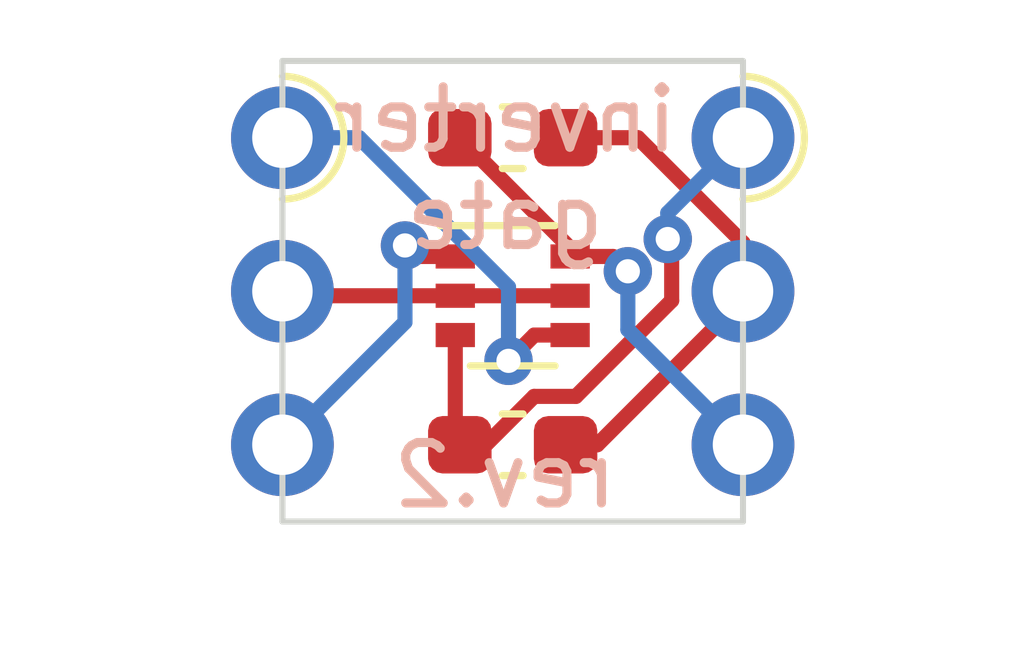
<source format=kicad_pcb>
(kicad_pcb (version 20171130) (host pcbnew 5.1.6)

  (general
    (thickness 1.6)
    (drawings 6)
    (tracks 42)
    (zones 0)
    (modules 5)
    (nets 7)
  )

  (page A4)
  (layers
    (0 F.Cu signal)
    (31 B.Cu signal)
    (32 B.Adhes user)
    (33 F.Adhes user)
    (34 B.Paste user)
    (35 F.Paste user)
    (36 B.SilkS user)
    (37 F.SilkS user)
    (38 B.Mask user)
    (39 F.Mask user)
    (40 Dwgs.User user)
    (41 Cmts.User user)
    (42 Eco1.User user)
    (43 Eco2.User user)
    (44 Edge.Cuts user)
    (45 Margin user)
    (46 B.CrtYd user)
    (47 F.CrtYd user)
    (48 B.Fab user)
    (49 F.Fab user)
  )

  (setup
    (last_trace_width 0.25)
    (user_trace_width 0.35)
    (user_trace_width 0.5)
    (trace_clearance 0.2)
    (zone_clearance 0.508)
    (zone_45_only no)
    (trace_min 0.2)
    (via_size 0.8)
    (via_drill 0.4)
    (via_min_size 0.4)
    (via_min_drill 0.3)
    (uvia_size 0.3)
    (uvia_drill 0.1)
    (uvias_allowed no)
    (uvia_min_size 0.2)
    (uvia_min_drill 0.1)
    (edge_width 0.05)
    (segment_width 0.2)
    (pcb_text_width 0.3)
    (pcb_text_size 1.5 1.5)
    (mod_edge_width 0.12)
    (mod_text_size 1 1)
    (mod_text_width 0.15)
    (pad_size 1.524 1.524)
    (pad_drill 0.762)
    (pad_to_mask_clearance 0.05)
    (aux_axis_origin 0 0)
    (visible_elements FFFFFF7F)
    (pcbplotparams
      (layerselection 0x010fc_ffffffff)
      (usegerberextensions false)
      (usegerberattributes true)
      (usegerberadvancedattributes true)
      (creategerberjobfile true)
      (excludeedgelayer true)
      (linewidth 0.100000)
      (plotframeref false)
      (viasonmask false)
      (mode 1)
      (useauxorigin false)
      (hpglpennumber 1)
      (hpglpenspeed 20)
      (hpglpendiameter 15.000000)
      (psnegative false)
      (psa4output false)
      (plotreference true)
      (plotvalue true)
      (plotinvisibletext false)
      (padsonsilk false)
      (subtractmaskfromsilk false)
      (outputformat 1)
      (mirror false)
      (drillshape 0)
      (scaleselection 1)
      (outputdirectory "gerber/"))
  )

  (net 0 "")
  (net 1 Out)
  (net 2 Vss)
  (net 3 Vdd)
  (net 4 In)
  (net 5 Nti)
  (net 6 Pti)

  (net_class Default "This is the default net class."
    (clearance 0.2)
    (trace_width 0.25)
    (via_dia 0.8)
    (via_drill 0.4)
    (uvia_dia 0.3)
    (uvia_drill 0.1)
    (add_net In)
    (add_net Nti)
    (add_net Out)
    (add_net Pti)
    (add_net Vdd)
    (add_net Vss)
  )

  (module Resistor_SMD:R_0603_1608Metric_Pad1.05x0.95mm_HandSolder (layer F.Cu) (tedit 5B301BBD) (tstamp 5FF6B638)
    (at 97.155 53.34 180)
    (descr "Resistor SMD 0603 (1608 Metric), square (rectangular) end terminal, IPC_7351 nominal with elongated pad for handsoldering. (Body size source: http://www.tortai-tech.com/upload/download/2011102023233369053.pdf), generated with kicad-footprint-generator")
    (tags "resistor handsolder")
    (path /5FFC430C)
    (attr smd)
    (fp_text reference R2 (at 0 -1.43) (layer F.SilkS) hide
      (effects (font (size 1 1) (thickness 0.15)))
    )
    (fp_text value 12k (at 0 1.43) (layer F.Fab)
      (effects (font (size 1 1) (thickness 0.15)))
    )
    (fp_line (start 1.65 0.73) (end -1.65 0.73) (layer F.CrtYd) (width 0.05))
    (fp_line (start 1.65 -0.73) (end 1.65 0.73) (layer F.CrtYd) (width 0.05))
    (fp_line (start -1.65 -0.73) (end 1.65 -0.73) (layer F.CrtYd) (width 0.05))
    (fp_line (start -1.65 0.73) (end -1.65 -0.73) (layer F.CrtYd) (width 0.05))
    (fp_line (start -0.171267 0.51) (end 0.171267 0.51) (layer F.SilkS) (width 0.12))
    (fp_line (start -0.171267 -0.51) (end 0.171267 -0.51) (layer F.SilkS) (width 0.12))
    (fp_line (start 0.8 0.4) (end -0.8 0.4) (layer F.Fab) (width 0.1))
    (fp_line (start 0.8 -0.4) (end 0.8 0.4) (layer F.Fab) (width 0.1))
    (fp_line (start -0.8 -0.4) (end 0.8 -0.4) (layer F.Fab) (width 0.1))
    (fp_line (start -0.8 0.4) (end -0.8 -0.4) (layer F.Fab) (width 0.1))
    (fp_text user %R (at 0 0) (layer F.Fab)
      (effects (font (size 0.4 0.4) (thickness 0.06)))
    )
    (pad 2 smd roundrect (at 0.875 0 180) (size 1.05 0.95) (layers F.Cu F.Paste F.Mask) (roundrect_rratio 0.25)
      (net 5 Nti))
    (pad 1 smd roundrect (at -0.875 0 180) (size 1.05 0.95) (layers F.Cu F.Paste F.Mask) (roundrect_rratio 0.25)
      (net 1 Out))
    (model ${KISYS3DMOD}/Resistor_SMD.3dshapes/R_0603_1608Metric.wrl
      (at (xyz 0 0 0))
      (scale (xyz 1 1 1))
      (rotate (xyz 0 0 0))
    )
  )

  (module Resistor_SMD:R_0603_1608Metric_Pad1.05x0.95mm_HandSolder (layer F.Cu) (tedit 5B301BBD) (tstamp 5FF6B627)
    (at 97.155 58.42)
    (descr "Resistor SMD 0603 (1608 Metric), square (rectangular) end terminal, IPC_7351 nominal with elongated pad for handsoldering. (Body size source: http://www.tortai-tech.com/upload/download/2011102023233369053.pdf), generated with kicad-footprint-generator")
    (tags "resistor handsolder")
    (path /5FFC3DF2)
    (attr smd)
    (fp_text reference R1 (at 0 -1.43) (layer F.SilkS) hide
      (effects (font (size 1 1) (thickness 0.15)))
    )
    (fp_text value 12k (at 0 1.43) (layer F.Fab)
      (effects (font (size 1 1) (thickness 0.15)))
    )
    (fp_line (start 1.65 0.73) (end -1.65 0.73) (layer F.CrtYd) (width 0.05))
    (fp_line (start 1.65 -0.73) (end 1.65 0.73) (layer F.CrtYd) (width 0.05))
    (fp_line (start -1.65 -0.73) (end 1.65 -0.73) (layer F.CrtYd) (width 0.05))
    (fp_line (start -1.65 0.73) (end -1.65 -0.73) (layer F.CrtYd) (width 0.05))
    (fp_line (start -0.171267 0.51) (end 0.171267 0.51) (layer F.SilkS) (width 0.12))
    (fp_line (start -0.171267 -0.51) (end 0.171267 -0.51) (layer F.SilkS) (width 0.12))
    (fp_line (start 0.8 0.4) (end -0.8 0.4) (layer F.Fab) (width 0.1))
    (fp_line (start 0.8 -0.4) (end 0.8 0.4) (layer F.Fab) (width 0.1))
    (fp_line (start -0.8 -0.4) (end 0.8 -0.4) (layer F.Fab) (width 0.1))
    (fp_line (start -0.8 0.4) (end -0.8 -0.4) (layer F.Fab) (width 0.1))
    (fp_text user %R (at 0 0) (layer F.Fab)
      (effects (font (size 0.4 0.4) (thickness 0.06)))
    )
    (pad 2 smd roundrect (at 0.875 0) (size 1.05 0.95) (layers F.Cu F.Paste F.Mask) (roundrect_rratio 0.25)
      (net 1 Out))
    (pad 1 smd roundrect (at -0.875 0) (size 1.05 0.95) (layers F.Cu F.Paste F.Mask) (roundrect_rratio 0.25)
      (net 6 Pti))
    (model ${KISYS3DMOD}/Resistor_SMD.3dshapes/R_0603_1608Metric.wrl
      (at (xyz 0 0 0))
      (scale (xyz 1 1 1))
      (rotate (xyz 0 0 0))
    )
  )

  (module Package_TO_SOT_SMD:SOT-363_SC-70-6 (layer F.Cu) (tedit 5A02FF57) (tstamp 5FF6B616)
    (at 97.155 55.955)
    (descr "SOT-363, SC-70-6")
    (tags "SOT-363 SC-70-6")
    (path /5FFBA0AD)
    (attr smd)
    (fp_text reference Q1 (at 0 -2) (layer F.SilkS) hide
      (effects (font (size 1 1) (thickness 0.15)))
    )
    (fp_text value BSS8402DW (at 0 2 180) (layer F.Fab)
      (effects (font (size 1 1) (thickness 0.15)))
    )
    (fp_line (start -0.175 -1.1) (end -0.675 -0.6) (layer F.Fab) (width 0.1))
    (fp_line (start 0.675 1.1) (end -0.675 1.1) (layer F.Fab) (width 0.1))
    (fp_line (start 0.675 -1.1) (end 0.675 1.1) (layer F.Fab) (width 0.1))
    (fp_line (start -1.6 1.4) (end 1.6 1.4) (layer F.CrtYd) (width 0.05))
    (fp_line (start -0.675 -0.6) (end -0.675 1.1) (layer F.Fab) (width 0.1))
    (fp_line (start 0.675 -1.1) (end -0.175 -1.1) (layer F.Fab) (width 0.1))
    (fp_line (start -1.6 -1.4) (end 1.6 -1.4) (layer F.CrtYd) (width 0.05))
    (fp_line (start -1.6 -1.4) (end -1.6 1.4) (layer F.CrtYd) (width 0.05))
    (fp_line (start 1.6 1.4) (end 1.6 -1.4) (layer F.CrtYd) (width 0.05))
    (fp_line (start -0.7 1.16) (end 0.7 1.16) (layer F.SilkS) (width 0.12))
    (fp_line (start 0.7 -1.16) (end -1.2 -1.16) (layer F.SilkS) (width 0.12))
    (fp_text user %R (at 0 0 90) (layer F.Fab)
      (effects (font (size 0.5 0.5) (thickness 0.075)))
    )
    (pad 6 smd rect (at 0.95 -0.65) (size 0.65 0.4) (layers F.Cu F.Paste F.Mask)
      (net 5 Nti))
    (pad 4 smd rect (at 0.95 0.65) (size 0.65 0.4) (layers F.Cu F.Paste F.Mask)
      (net 3 Vdd))
    (pad 2 smd rect (at -0.95 0) (size 0.65 0.4) (layers F.Cu F.Paste F.Mask)
      (net 4 In))
    (pad 5 smd rect (at 0.95 0) (size 0.65 0.4) (layers F.Cu F.Paste F.Mask)
      (net 4 In))
    (pad 3 smd rect (at -0.95 0.65) (size 0.65 0.4) (layers F.Cu F.Paste F.Mask)
      (net 6 Pti))
    (pad 1 smd rect (at -0.95 -0.65) (size 0.65 0.4) (layers F.Cu F.Paste F.Mask)
      (net 2 Vss))
    (model ${KISYS3DMOD}/Package_TO_SOT_SMD.3dshapes/SOT-363_SC-70-6.wrl
      (at (xyz 0 0 0))
      (scale (xyz 1 1 1))
      (rotate (xyz 0 0 0))
    )
  )

  (module Castellation:Edge_Castellation_1x03_P2.54 (layer F.Cu) (tedit 5FED63D6) (tstamp 5FF6B600)
    (at 100.965 53.34)
    (descr "Edge Castellation, 1x03, 2.54mm pitch, single row")
    (tags "Castellation Edge 1x03 2.54mm single row")
    (path /5FEDBBC1)
    (fp_text reference J2 (at 0 -2.54) (layer F.SilkS) hide
      (effects (font (size 1 1) (thickness 0.15)))
    )
    (fp_text value Conn_01x03 (at 0 7.85) (layer F.Fab)
      (effects (font (size 1 1) (thickness 0.15)))
    )
    (fp_line (start -1.27 6.35) (end -1.27 -1.27) (layer F.Fab) (width 0.1))
    (fp_line (start 1.27 6.35) (end -1.27 6.35) (layer F.Fab) (width 0.1))
    (fp_line (start 1.27 -0.635) (end 1.27 6.35) (layer F.Fab) (width 0.1))
    (fp_line (start 0.635 -1.27) (end 1.27 -0.635) (layer F.Fab) (width 0.1))
    (fp_line (start -1.27 -1.27) (end 0.635 -1.27) (layer F.Fab) (width 0.1))
    (fp_text user %R (at 0 2.54 90) (layer F.Fab)
      (effects (font (size 1 1) (thickness 0.15)))
    )
    (fp_arc (start 0 0) (end 0 1.016) (angle -180) (layer F.SilkS) (width 0.12))
    (pad 1 thru_hole oval (at 0 0) (size 1.7 1.7) (drill 1) (layers *.Cu *.Mask)
      (net 6 Pti))
    (pad 2 thru_hole oval (at 0 2.54) (size 1.7 1.7) (drill 1) (layers *.Cu *.Mask)
      (net 1 Out))
    (pad 3 thru_hole oval (at 0 5.08) (size 1.7 1.7) (drill 1) (layers *.Cu *.Mask)
      (net 5 Nti))
  )

  (module Castellation:Edge_Castellation_1x03_P2.54 (layer F.Cu) (tedit 5FED63D6) (tstamp 5FF6B5F2)
    (at 93.345 53.34)
    (descr "Edge Castellation, 1x03, 2.54mm pitch, single row")
    (tags "Castellation Edge 1x03 2.54mm single row")
    (path /5FED6A28)
    (fp_text reference J1 (at 0 -2.54) (layer F.SilkS) hide
      (effects (font (size 1 1) (thickness 0.15)))
    )
    (fp_text value Conn_01x03 (at 0 7.85) (layer F.Fab)
      (effects (font (size 1 1) (thickness 0.15)))
    )
    (fp_line (start -1.27 -1.27) (end 0.635 -1.27) (layer F.Fab) (width 0.1))
    (fp_line (start 0.635 -1.27) (end 1.27 -0.635) (layer F.Fab) (width 0.1))
    (fp_line (start 1.27 -0.635) (end 1.27 6.35) (layer F.Fab) (width 0.1))
    (fp_line (start 1.27 6.35) (end -1.27 6.35) (layer F.Fab) (width 0.1))
    (fp_line (start -1.27 6.35) (end -1.27 -1.27) (layer F.Fab) (width 0.1))
    (fp_arc (start 0 0) (end 0 1.016) (angle -180) (layer F.SilkS) (width 0.12))
    (fp_text user %R (at 0 2.54 90) (layer F.Fab)
      (effects (font (size 1 1) (thickness 0.15)))
    )
    (pad 3 thru_hole oval (at 0 5.08) (size 1.7 1.7) (drill 1) (layers *.Cu *.Mask)
      (net 2 Vss))
    (pad 2 thru_hole oval (at 0 2.54) (size 1.7 1.7) (drill 1) (layers *.Cu *.Mask)
      (net 4 In))
    (pad 1 thru_hole oval (at 0 0) (size 1.7 1.7) (drill 1) (layers *.Cu *.Mask)
      (net 3 Vdd))
  )

  (gr_text rev.2 (at 97.028 58.928) (layer B.SilkS)
    (effects (font (size 1 1) (thickness 0.15)) (justify mirror))
  )
  (gr_text "inverter\ngate" (at 97.028 53.848) (layer B.SilkS)
    (effects (font (size 1 1) (thickness 0.15)) (justify mirror))
  )
  (gr_line (start 100.965 52.07) (end 100.965 59.69) (layer Edge.Cuts) (width 0.1))
  (gr_line (start 93.345 52.07) (end 100.965 52.07) (layer Edge.Cuts) (width 0.1))
  (gr_line (start 93.345 59.69) (end 93.345 52.07) (layer Edge.Cuts) (width 0.1))
  (gr_line (start 100.965 59.69) (end 93.345 59.69) (layer Edge.Cuts) (width 0.1))

  (segment (start 98.03 58.42) (end 98.555 58.42) (width 0.25) (layer F.Cu) (net 1))
  (segment (start 98.555 58.42) (end 100.965 56.01) (width 0.25) (layer F.Cu) (net 1))
  (segment (start 100.965 56.01) (end 100.965 55.88) (width 0.25) (layer F.Cu) (net 1))
  (segment (start 100.965 55.079002) (end 100.965 55.88) (width 0.25) (layer F.Cu) (net 1))
  (segment (start 99.225998 53.34) (end 100.965 55.079002) (width 0.25) (layer F.Cu) (net 1))
  (segment (start 98.03 53.34) (end 99.225998 53.34) (width 0.25) (layer F.Cu) (net 1))
  (segment (start 96.205 55.305) (end 95.55468 55.305) (width 0.25) (layer F.Cu) (net 2))
  (segment (start 93.345 58.42) (end 95.37234 56.39266) (width 0.25) (layer B.Cu) (net 2))
  (segment (start 95.55468 55.305) (end 95.37234 55.12266) (width 0.25) (layer F.Cu) (net 2))
  (segment (start 95.37234 56.39266) (end 95.37234 55.12266) (width 0.25) (layer B.Cu) (net 2))
  (via (at 95.37234 55.12266) (size 0.8) (drill 0.4) (layers F.Cu B.Cu) (net 2))
  (segment (start 97.155 57.15) (end 97.155 57.15) (width 0.25) (layer F.Cu) (net 3) (tstamp 5FF6BC45))
  (segment (start 94.615 53.34) (end 97.085437 55.810437) (width 0.25) (layer B.Cu) (net 3))
  (segment (start 97.512383 56.605) (end 97.085437 57.031946) (width 0.25) (layer F.Cu) (net 3))
  (via (at 97.085437 57.031946) (size 0.8) (drill 0.4) (layers F.Cu B.Cu) (net 3))
  (segment (start 98.105 56.605) (end 97.512383 56.605) (width 0.25) (layer F.Cu) (net 3))
  (segment (start 97.085437 55.810437) (end 97.085437 57.031946) (width 0.25) (layer B.Cu) (net 3))
  (segment (start 93.345 53.34) (end 94.615 53.34) (width 0.25) (layer B.Cu) (net 3))
  (segment (start 96.205 55.955) (end 98.105 55.955) (width 0.25) (layer F.Cu) (net 4))
  (segment (start 93.42 55.955) (end 93.345 55.88) (width 0.25) (layer F.Cu) (net 4))
  (segment (start 96.205 55.955) (end 93.42 55.955) (width 0.25) (layer F.Cu) (net 4))
  (via (at 99.06 55.5498) (size 0.8) (drill 0.4) (layers F.Cu B.Cu) (net 5))
  (segment (start 98.105 55.165) (end 96.28 53.34) (width 0.25) (layer F.Cu) (net 5))
  (segment (start 98.105 55.305) (end 98.105 55.165) (width 0.25) (layer F.Cu) (net 5))
  (segment (start 96.28 53.34) (end 96.52 53.34) (width 0.25) (layer F.Cu) (net 5))
  (segment (start 96.28 53.34) (end 95.885 53.34) (width 0.25) (layer F.Cu) (net 5))
  (segment (start 98.8152 55.305) (end 98.105 55.305) (width 0.25) (layer F.Cu) (net 5))
  (segment (start 99.06 55.5498) (end 98.8152 55.305) (width 0.25) (layer F.Cu) (net 5))
  (segment (start 99.06 56.515) (end 100.965 58.42) (width 0.25) (layer B.Cu) (net 5))
  (segment (start 99.06 55.5498) (end 99.06 56.515) (width 0.25) (layer B.Cu) (net 5))
  (via (at 99.7204 55.0164) (size 0.8) (drill 0.4) (layers F.Cu B.Cu) (net 6))
  (segment (start 96.205 58.345) (end 96.28 58.42) (width 0.25) (layer F.Cu) (net 6))
  (segment (start 96.205 56.605) (end 96.205 58.345) (width 0.25) (layer F.Cu) (net 6))
  (segment (start 99.7204 55.137198) (end 99.7204 55.0164) (width 0.25) (layer F.Cu) (net 6))
  (segment (start 99.785001 55.201799) (end 99.7204 55.137198) (width 0.25) (layer F.Cu) (net 6))
  (segment (start 99.785001 56.035001) (end 99.785001 55.201799) (width 0.25) (layer F.Cu) (net 6))
  (segment (start 98.200012 57.61999) (end 99.785001 56.035001) (width 0.25) (layer F.Cu) (net 6))
  (segment (start 97.5095 57.61999) (end 98.200012 57.61999) (width 0.25) (layer F.Cu) (net 6))
  (segment (start 96.70949 58.42) (end 97.5095 57.61999) (width 0.25) (layer F.Cu) (net 6))
  (segment (start 96.28 58.42) (end 96.70949 58.42) (width 0.25) (layer F.Cu) (net 6))
  (segment (start 99.7204 54.5846) (end 100.965 53.34) (width 0.25) (layer B.Cu) (net 6))
  (segment (start 99.7204 55.0164) (end 99.7204 54.5846) (width 0.25) (layer B.Cu) (net 6))

)

</source>
